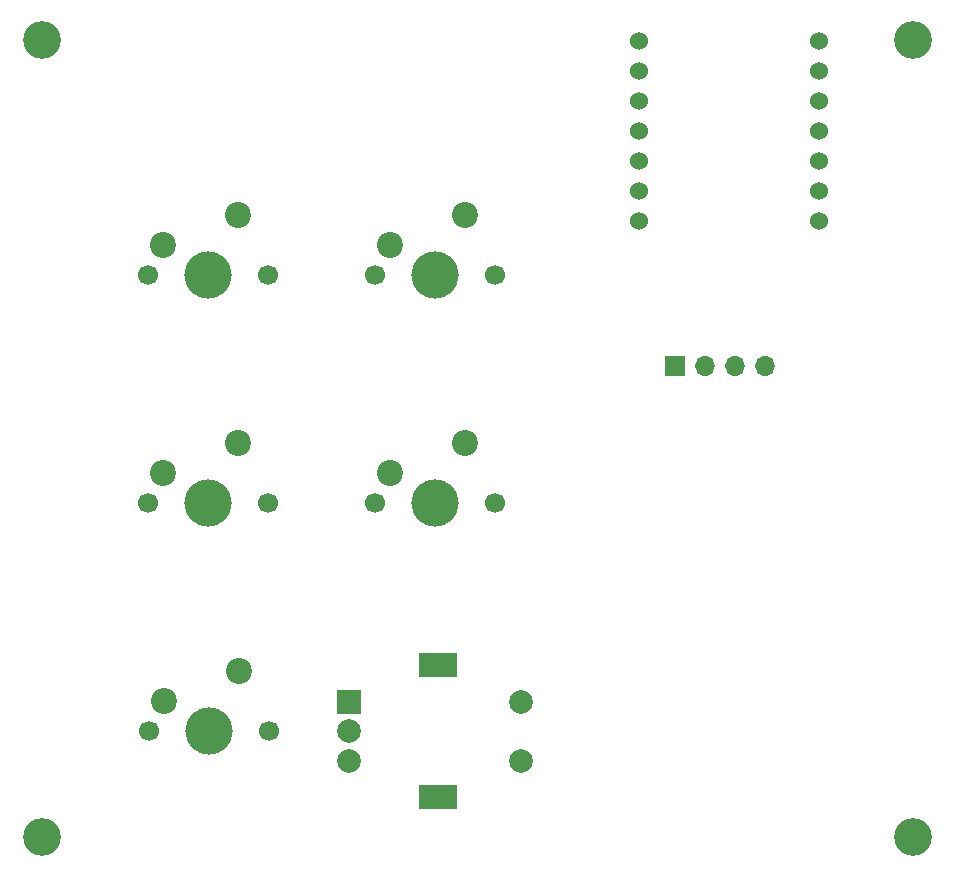
<source format=gbr>
%TF.GenerationSoftware,KiCad,Pcbnew,9.0.5*%
%TF.CreationDate,2025-12-10T21:52:02+05:30*%
%TF.ProjectId,macropad,6d616372-6f70-4616-942e-6b696361645f,rev?*%
%TF.SameCoordinates,Original*%
%TF.FileFunction,Soldermask,Bot*%
%TF.FilePolarity,Negative*%
%FSLAX46Y46*%
G04 Gerber Fmt 4.6, Leading zero omitted, Abs format (unit mm)*
G04 Created by KiCad (PCBNEW 9.0.5) date 2025-12-10 21:52:02*
%MOMM*%
%LPD*%
G01*
G04 APERTURE LIST*
%ADD10C,1.700000*%
%ADD11C,4.000000*%
%ADD12C,2.200000*%
%ADD13R,2.000000X2.000000*%
%ADD14C,2.000000*%
%ADD15R,3.200000X2.000000*%
%ADD16C,3.200000*%
%ADD17R,1.700000X1.700000*%
%ADD18O,1.700000X1.700000*%
%ADD19C,1.524000*%
G04 APERTURE END LIST*
D10*
%TO.C,SW5*%
X192810000Y-114720000D03*
D11*
X197890000Y-114720000D03*
D10*
X202970000Y-114720000D03*
D12*
X200430000Y-109640000D03*
X194080000Y-112180000D03*
%TD*%
D10*
%TO.C,SW2*%
X212010000Y-76180000D03*
D11*
X217090000Y-76180000D03*
D10*
X222170000Y-76180000D03*
D12*
X219630000Y-71100000D03*
X213280000Y-73640000D03*
%TD*%
D13*
%TO.C,SW6*%
X209800000Y-112270000D03*
D14*
X209800000Y-117270000D03*
X209800000Y-114770000D03*
D15*
X217300000Y-109170000D03*
X217300000Y-120370000D03*
D14*
X224300000Y-117270000D03*
X224300000Y-112270000D03*
%TD*%
D10*
%TO.C,SW3*%
X192760000Y-95470000D03*
D11*
X197840000Y-95470000D03*
D10*
X202920000Y-95470000D03*
D12*
X200380000Y-90390000D03*
X194030000Y-92930000D03*
%TD*%
D10*
%TO.C,SW4*%
X212010000Y-95470000D03*
D11*
X217090000Y-95470000D03*
D10*
X222170000Y-95470000D03*
D12*
X219630000Y-90390000D03*
X213280000Y-92930000D03*
%TD*%
D16*
%TO.C,REF\u002A\u002A*%
X183750000Y-56250000D03*
%TD*%
%TO.C,REF\u002A\u002A*%
X257500000Y-123750000D03*
%TD*%
%TO.C,REF\u002A\u002A*%
X257500000Y-56250000D03*
%TD*%
D17*
%TO.C,Brd1*%
X237365000Y-83855000D03*
D18*
X239905000Y-83855000D03*
X242445000Y-83855000D03*
X244985000Y-83855000D03*
%TD*%
D16*
%TO.C,REF\u002A\u002A*%
X183750000Y-123750000D03*
%TD*%
D19*
%TO.C,U1*%
X234300000Y-56340000D03*
X234300000Y-58880000D03*
X234300000Y-61420000D03*
X234300000Y-63960000D03*
X234300000Y-66500000D03*
X234300000Y-69040000D03*
X234300000Y-71580000D03*
X249540000Y-71580000D03*
X249540000Y-69040000D03*
X249540000Y-66500000D03*
X249540000Y-63960000D03*
X249540000Y-61420000D03*
X249540000Y-58880000D03*
X249540000Y-56340000D03*
%TD*%
D10*
%TO.C,SW1*%
X192760000Y-76180000D03*
D11*
X197840000Y-76180000D03*
D10*
X202920000Y-76180000D03*
D12*
X200380000Y-71100000D03*
X194030000Y-73640000D03*
%TD*%
M02*

</source>
